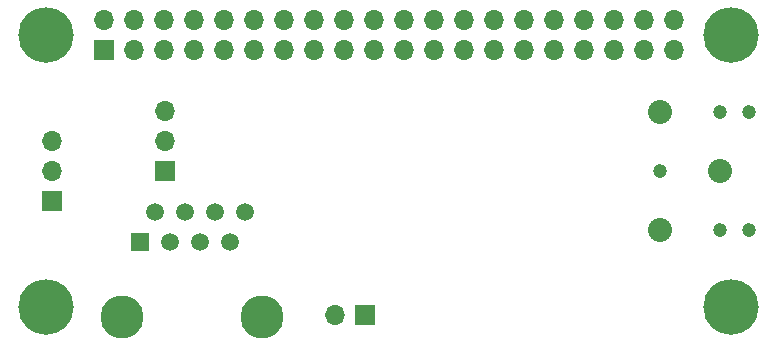
<source format=gbs>
G04 #@! TF.FileFunction,Soldermask,Bot*
%FSLAX46Y46*%
G04 Gerber Fmt 4.6, Leading zero omitted, Abs format (unit mm)*
G04 Created by KiCad (PCBNEW 4.0.7) date Sun Mar 11 16:41:06 2018*
%MOMM*%
%LPD*%
G01*
G04 APERTURE LIST*
%ADD10C,0.025400*%
%ADD11C,2.032000*%
%ADD12C,1.193800*%
%ADD13C,3.650000*%
%ADD14R,1.500000X1.500000*%
%ADD15C,1.500000*%
%ADD16R,1.700000X1.700000*%
%ADD17O,1.700000X1.700000*%
%ADD18C,4.700000*%
G04 APERTURE END LIST*
D10*
D11*
X155000000Y-112500000D03*
X160000000Y-107500000D03*
X155000000Y-102500000D03*
D12*
X160000000Y-112500000D03*
X160000000Y-102500000D03*
X155000000Y-107500000D03*
X162500000Y-112500000D03*
X162500000Y-102500000D03*
D13*
X121300000Y-119850000D03*
X109430000Y-119850000D03*
D14*
X110920000Y-113500000D03*
D15*
X112190000Y-110960000D03*
X113460000Y-113500000D03*
X114730000Y-110960000D03*
X116000000Y-113500000D03*
X117270000Y-110960000D03*
X118540000Y-113500000D03*
X119810000Y-110960000D03*
D16*
X103500000Y-110040000D03*
D17*
X103500000Y-107500000D03*
X103500000Y-104960000D03*
D16*
X107870000Y-97270000D03*
D17*
X107870000Y-94730000D03*
X110410000Y-97270000D03*
X110410000Y-94730000D03*
X112950000Y-97270000D03*
X112950000Y-94730000D03*
X115490000Y-97270000D03*
X115490000Y-94730000D03*
X118030000Y-97270000D03*
X118030000Y-94730000D03*
X120570000Y-97270000D03*
X120570000Y-94730000D03*
X123110000Y-97270000D03*
X123110000Y-94730000D03*
X125650000Y-97270000D03*
X125650000Y-94730000D03*
X128190000Y-97270000D03*
X128190000Y-94730000D03*
X130730000Y-97270000D03*
X130730000Y-94730000D03*
X133270000Y-97270000D03*
X133270000Y-94730000D03*
X135810000Y-97270000D03*
X135810000Y-94730000D03*
X138350000Y-97270000D03*
X138350000Y-94730000D03*
X140890000Y-97270000D03*
X140890000Y-94730000D03*
X143430000Y-97270000D03*
X143430000Y-94730000D03*
X145970000Y-97270000D03*
X145970000Y-94730000D03*
X148510000Y-97270000D03*
X148510000Y-94730000D03*
X151050000Y-97270000D03*
X151050000Y-94730000D03*
X153590000Y-97270000D03*
X153590000Y-94730000D03*
X156130000Y-97270000D03*
X156130000Y-94730000D03*
D18*
X103000000Y-96000000D03*
X103000000Y-119000000D03*
X161000000Y-96000000D03*
X161000000Y-119000000D03*
D16*
X129967180Y-119642320D03*
D17*
X127427180Y-119642320D03*
D16*
X113012580Y-107445120D03*
D17*
X113012580Y-104905120D03*
X113012580Y-102365120D03*
M02*

</source>
